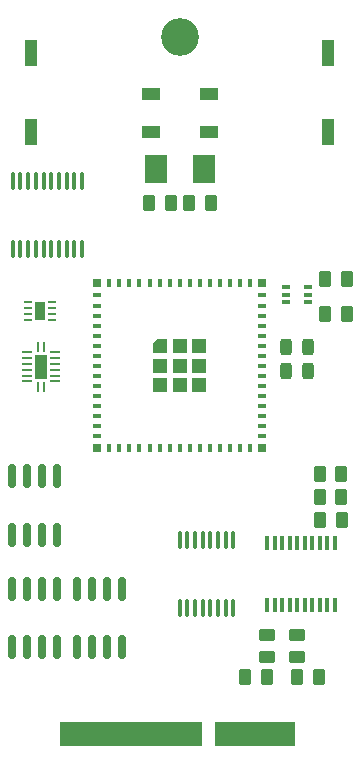
<source format=gts>
%TF.GenerationSoftware,KiCad,Pcbnew,8.0.1-rc1*%
%TF.CreationDate,2024-08-22T21:46:20-04:00*%
%TF.ProjectId,SoM_V2,536f4d5f-5632-42e6-9b69-6361645f7063,rev?*%
%TF.SameCoordinates,Original*%
%TF.FileFunction,Soldermask,Top*%
%TF.FilePolarity,Negative*%
%FSLAX46Y46*%
G04 Gerber Fmt 4.6, Leading zero omitted, Abs format (unit mm)*
G04 Created by KiCad (PCBNEW 8.0.1-rc1) date 2024-08-22 21:46:20*
%MOMM*%
%LPD*%
G01*
G04 APERTURE LIST*
G04 Aperture macros list*
%AMRoundRect*
0 Rectangle with rounded corners*
0 $1 Rounding radius*
0 $2 $3 $4 $5 $6 $7 $8 $9 X,Y pos of 4 corners*
0 Add a 4 corners polygon primitive as box body*
4,1,4,$2,$3,$4,$5,$6,$7,$8,$9,$2,$3,0*
0 Add four circle primitives for the rounded corners*
1,1,$1+$1,$2,$3*
1,1,$1+$1,$4,$5*
1,1,$1+$1,$6,$7*
1,1,$1+$1,$8,$9*
0 Add four rect primitives between the rounded corners*
20,1,$1+$1,$2,$3,$4,$5,0*
20,1,$1+$1,$4,$5,$6,$7,0*
20,1,$1+$1,$6,$7,$8,$9,0*
20,1,$1+$1,$8,$9,$2,$3,0*%
%AMOutline5P*
0 Free polygon, 5 corners , with rotation*
0 The origin of the aperture is its center*
0 number of corners: always 5*
0 $1 to $10 corner X, Y*
0 $11 Rotation angle, in degrees counterclockwise*
0 create outline with 5 corners*
4,1,5,$1,$2,$3,$4,$5,$6,$7,$8,$9,$10,$1,$2,$11*%
%AMOutline6P*
0 Free polygon, 6 corners , with rotation*
0 The origin of the aperture is its center*
0 number of corners: always 6*
0 $1 to $12 corner X, Y*
0 $13 Rotation angle, in degrees counterclockwise*
0 create outline with 6 corners*
4,1,6,$1,$2,$3,$4,$5,$6,$7,$8,$9,$10,$11,$12,$1,$2,$13*%
%AMOutline7P*
0 Free polygon, 7 corners , with rotation*
0 The origin of the aperture is its center*
0 number of corners: always 7*
0 $1 to $14 corner X, Y*
0 $15 Rotation angle, in degrees counterclockwise*
0 create outline with 7 corners*
4,1,7,$1,$2,$3,$4,$5,$6,$7,$8,$9,$10,$11,$12,$13,$14,$1,$2,$15*%
%AMOutline8P*
0 Free polygon, 8 corners , with rotation*
0 The origin of the aperture is its center*
0 number of corners: always 8*
0 $1 to $16 corner X, Y*
0 $17 Rotation angle, in degrees counterclockwise*
0 create outline with 8 corners*
4,1,8,$1,$2,$3,$4,$5,$6,$7,$8,$9,$10,$11,$12,$13,$14,$15,$16,$1,$2,$17*%
G04 Aperture macros list end*
%ADD10C,0.100000*%
%ADD11RoundRect,0.250000X0.450000X-0.262500X0.450000X0.262500X-0.450000X0.262500X-0.450000X-0.262500X0*%
%ADD12R,0.400000X1.200000*%
%ADD13RoundRect,0.250000X-0.262500X-0.450000X0.262500X-0.450000X0.262500X0.450000X-0.262500X0.450000X0*%
%ADD14RoundRect,0.243750X-0.243750X-0.456250X0.243750X-0.456250X0.243750X0.456250X-0.243750X0.456250X0*%
%ADD15RoundRect,0.062500X-0.300000X-0.062500X0.300000X-0.062500X0.300000X0.062500X-0.300000X0.062500X0*%
%ADD16R,0.900000X1.600000*%
%ADD17RoundRect,0.150000X0.150000X-0.825000X0.150000X0.825000X-0.150000X0.825000X-0.150000X-0.825000X0*%
%ADD18R,1.120000X2.160000*%
%ADD19R,0.800000X0.400000*%
%ADD20R,0.400000X0.800000*%
%ADD21Outline5P,-0.600000X0.204000X-0.204000X0.600000X0.600000X0.600000X0.600000X-0.600000X-0.600000X-0.600000X0.000000*%
%ADD22R,1.200000X1.200000*%
%ADD23R,0.800000X0.800000*%
%ADD24C,3.200000*%
%ADD25RoundRect,0.100000X0.225000X0.100000X-0.225000X0.100000X-0.225000X-0.100000X0.225000X-0.100000X0*%
%ADD26RoundRect,0.100000X0.100000X-0.637500X0.100000X0.637500X-0.100000X0.637500X-0.100000X-0.637500X0*%
%ADD27RoundRect,0.250000X0.262500X0.450000X-0.262500X0.450000X-0.262500X-0.450000X0.262500X-0.450000X0*%
%ADD28R,1.500000X1.000000*%
%ADD29RoundRect,0.062500X-0.062500X-0.350000X0.062500X-0.350000X0.062500X0.350000X-0.062500X0.350000X0*%
%ADD30RoundRect,0.062500X-0.350000X-0.062500X0.350000X-0.062500X0.350000X0.062500X-0.350000X0.062500X0*%
%ADD31R,1.000000X2.000000*%
%ADD32RoundRect,0.150000X-0.150000X0.825000X-0.150000X-0.825000X0.150000X-0.825000X0.150000X0.825000X0*%
%ADD33R,1.900000X2.400000*%
%ADD34RoundRect,0.100000X-0.100000X0.637500X-0.100000X-0.637500X0.100000X-0.637500X0.100000X0.637500X0*%
G04 APERTURE END LIST*
D10*
%TO.C,J201*%
X137825000Y-139075000D02*
X125875000Y-139075000D01*
X125875000Y-137075000D01*
X137825000Y-137075000D01*
X137825000Y-139075000D01*
G36*
X137825000Y-139075000D02*
G01*
X125875000Y-139075000D01*
X125875000Y-137075000D01*
X137825000Y-137075000D01*
X137825000Y-139075000D01*
G37*
X145725000Y-139075000D02*
X139025000Y-139075000D01*
X139025000Y-137075000D01*
X145725000Y-137075000D01*
X145725000Y-139075000D01*
G36*
X145725000Y-139075000D02*
G01*
X139025000Y-139075000D01*
X139025000Y-137075000D01*
X145725000Y-137075000D01*
X145725000Y-139075000D01*
G37*
%TD*%
D11*
%TO.C,R310*%
X143355000Y-131582500D03*
X143355000Y-129757500D03*
%TD*%
D12*
%TO.C,U304*%
X149132500Y-121975000D03*
X148497500Y-121975000D03*
X147862500Y-121975000D03*
X147227500Y-121975000D03*
X146592500Y-121975000D03*
X145957500Y-121975000D03*
X145322500Y-121975000D03*
X144687500Y-121975000D03*
X144052500Y-121975000D03*
X143417500Y-121975000D03*
X143417500Y-127175000D03*
X144052500Y-127175000D03*
X144687500Y-127175000D03*
X145322500Y-127175000D03*
X145957500Y-127175000D03*
X146592500Y-127175000D03*
X147227500Y-127175000D03*
X147862500Y-127175000D03*
X148497500Y-127175000D03*
X149132500Y-127175000D03*
%TD*%
D13*
%TO.C,C303*%
X133412500Y-93150000D03*
X135237500Y-93150000D03*
%TD*%
D14*
%TO.C,RX*%
X144987500Y-105325000D03*
X146862500Y-105325000D03*
%TD*%
D15*
%TO.C,U501*%
X123195000Y-101550000D03*
X123195000Y-102050000D03*
X123195000Y-102550000D03*
X123195000Y-103050000D03*
X125220000Y-103050000D03*
X125220000Y-102550000D03*
X125220000Y-102050000D03*
X125220000Y-101550000D03*
D16*
X124207500Y-102300000D03*
%TD*%
D11*
%TO.C,R309*%
X145945000Y-131582500D03*
X145945000Y-129757500D03*
%TD*%
D14*
%TO.C,TX*%
X145000000Y-107400000D03*
X146875000Y-107400000D03*
%TD*%
D17*
%TO.C,U402*%
X121820000Y-121250000D03*
X123090000Y-121250000D03*
X124360000Y-121250000D03*
X125630000Y-121250000D03*
X125630000Y-116300000D03*
X124360000Y-116300000D03*
X123090000Y-116300000D03*
X121820000Y-116300000D03*
%TD*%
D18*
%TO.C,RESET*%
X123400000Y-87165000D03*
X123400000Y-80435000D03*
%TD*%
D19*
%TO.C,ESP32-S3-MINI-U1*%
X129000000Y-101000000D03*
X129000000Y-101850000D03*
X129000000Y-102700000D03*
X129000000Y-103550000D03*
X129000000Y-104400000D03*
X129000000Y-105250000D03*
X129000000Y-106100000D03*
X129000000Y-106950000D03*
X129000000Y-107800000D03*
X129000000Y-108650000D03*
X129000000Y-109500000D03*
X129000000Y-110350000D03*
X129000000Y-111200000D03*
X129000000Y-112050000D03*
X129000000Y-112900000D03*
D20*
X130050000Y-113950000D03*
X130900000Y-113950000D03*
X131750000Y-113950000D03*
X132600000Y-113950000D03*
X133450000Y-113950000D03*
X134300000Y-113950000D03*
X135150000Y-113950000D03*
X136000000Y-113950000D03*
X136850000Y-113950000D03*
X137700000Y-113950000D03*
X138550000Y-113950000D03*
X139400000Y-113950000D03*
X140250000Y-113950000D03*
X141100000Y-113950000D03*
X141950000Y-113950000D03*
D19*
X143000000Y-112900000D03*
X143000000Y-112050000D03*
X143000000Y-111200000D03*
X143000000Y-110350000D03*
X143000000Y-109500000D03*
X143000000Y-108650000D03*
X143000000Y-107800000D03*
X143000000Y-106950000D03*
X143000000Y-106100000D03*
X143000000Y-105250000D03*
X143000000Y-104400000D03*
X143000000Y-103550000D03*
X143000000Y-102700000D03*
X143000000Y-101850000D03*
X143000000Y-101000000D03*
D20*
X141950000Y-99950000D03*
X141100000Y-99950000D03*
X140250000Y-99950000D03*
X139400000Y-99950000D03*
X138550000Y-99950000D03*
X137700000Y-99950000D03*
X136850000Y-99950000D03*
X136000000Y-99950000D03*
X135150000Y-99950000D03*
X134300000Y-99950000D03*
X133450000Y-99950000D03*
X132600000Y-99950000D03*
X131750000Y-99950000D03*
X130900000Y-99950000D03*
X130050000Y-99950000D03*
D21*
X134350000Y-105300000D03*
D22*
X134350000Y-106950000D03*
X134350000Y-108600000D03*
X136000000Y-105300000D03*
X136000000Y-106950000D03*
X136000000Y-108600000D03*
X137650000Y-105300000D03*
X137650000Y-106950000D03*
X137650000Y-108600000D03*
D23*
X129000000Y-99950000D03*
X129000000Y-113950000D03*
X143000000Y-113950000D03*
X143000000Y-99950000D03*
%TD*%
D13*
%TO.C,R603*%
X148327500Y-102540000D03*
X150152500Y-102540000D03*
%TD*%
%TO.C,C307*%
X147887500Y-120025000D03*
X149712500Y-120025000D03*
%TD*%
%TO.C,C306*%
X147875000Y-118075000D03*
X149700000Y-118075000D03*
%TD*%
D24*
%TO.C,REF\u002A\u002A*%
X136000000Y-79075000D03*
%TD*%
D25*
%TO.C,Q601*%
X146880000Y-101592500D03*
X146880000Y-100942500D03*
X146880000Y-100292500D03*
X144980000Y-100292500D03*
X144980000Y-100942500D03*
X144980000Y-101592500D03*
%TD*%
D26*
%TO.C,U301*%
X136000000Y-127425000D03*
X136650000Y-127425000D03*
X137300000Y-127425000D03*
X137950000Y-127425000D03*
X138600000Y-127425000D03*
X139250000Y-127425000D03*
X139900000Y-127425000D03*
X140550000Y-127425000D03*
X140550000Y-121700000D03*
X139900000Y-121700000D03*
X139250000Y-121700000D03*
X138600000Y-121700000D03*
X137950000Y-121700000D03*
X137300000Y-121700000D03*
X136650000Y-121700000D03*
X136000000Y-121700000D03*
%TD*%
D27*
%TO.C,C304*%
X138637500Y-93150000D03*
X136812500Y-93150000D03*
%TD*%
D28*
%TO.C,LED*%
X133550000Y-83950000D03*
X133550000Y-87150000D03*
X138450000Y-87150000D03*
X138450000Y-83950000D03*
%TD*%
D27*
%TO.C,C309*%
X143367500Y-133320000D03*
X141542500Y-133320000D03*
%TD*%
D13*
%TO.C,C308*%
X145957500Y-133320000D03*
X147782500Y-133320000D03*
%TD*%
D29*
%TO.C,U602*%
X124000000Y-105337500D03*
D30*
X123062500Y-105775000D03*
X123062500Y-106275000D03*
X123062500Y-106775000D03*
X123062500Y-107275000D03*
X123062500Y-107775000D03*
X123062500Y-108275000D03*
D29*
X124000000Y-108712500D03*
X124500000Y-108712500D03*
D30*
X125437500Y-108275000D03*
X125437500Y-107775000D03*
X125437500Y-107275000D03*
X125437500Y-106775000D03*
X125437500Y-106275000D03*
X125437500Y-105775000D03*
D29*
X124500000Y-105337500D03*
D31*
X124250000Y-107025000D03*
%TD*%
D32*
%TO.C,U303*%
X125655000Y-125850000D03*
X124385000Y-125850000D03*
X123115000Y-125850000D03*
X121845000Y-125850000D03*
X121845000Y-130800000D03*
X123115000Y-130800000D03*
X124385000Y-130800000D03*
X125655000Y-130800000D03*
%TD*%
%TO.C,U401*%
X131155000Y-125850000D03*
X129885000Y-125850000D03*
X128615000Y-125850000D03*
X127345000Y-125850000D03*
X127345000Y-130800000D03*
X128615000Y-130800000D03*
X129885000Y-130800000D03*
X131155000Y-130800000D03*
%TD*%
D33*
%TO.C,Y301*%
X138075000Y-90300000D03*
X133975000Y-90300000D03*
%TD*%
D34*
%TO.C,U302*%
X127725000Y-91337500D03*
X127075000Y-91337500D03*
X126425000Y-91337500D03*
X125775000Y-91337500D03*
X125125000Y-91337500D03*
X124475000Y-91337500D03*
X123825000Y-91337500D03*
X123175000Y-91337500D03*
X122525000Y-91337500D03*
X121875000Y-91337500D03*
X121875000Y-97062500D03*
X122525000Y-97062500D03*
X123175000Y-97062500D03*
X123825000Y-97062500D03*
X124475000Y-97062500D03*
X125125000Y-97062500D03*
X125775000Y-97062500D03*
X126425000Y-97062500D03*
X127075000Y-97062500D03*
X127725000Y-97062500D03*
%TD*%
D18*
%TO.C,BOOT*%
X148575000Y-87190000D03*
X148575000Y-80460000D03*
%TD*%
D13*
%TO.C,C305*%
X147875000Y-116125000D03*
X149700000Y-116125000D03*
%TD*%
%TO.C,R602*%
X148327500Y-99590000D03*
X150152500Y-99590000D03*
%TD*%
M02*

</source>
